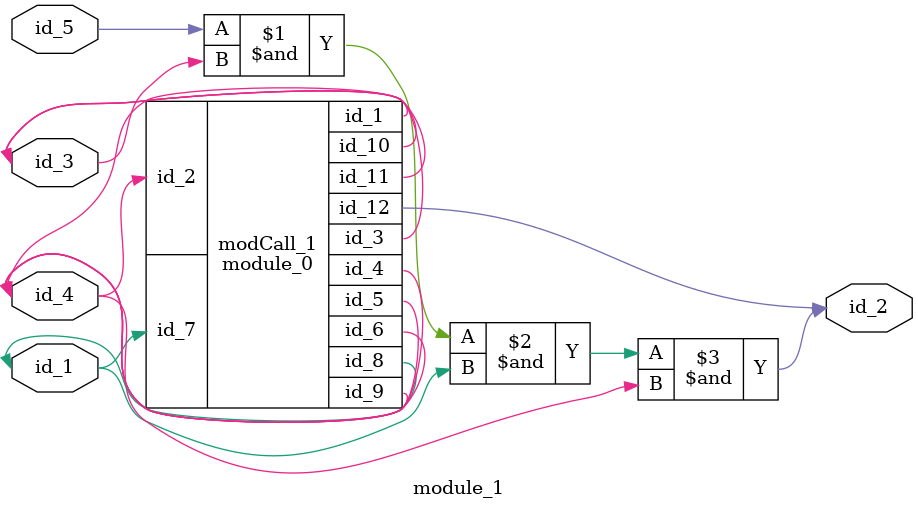
<source format=v>
module module_0 (
    id_1,
    id_2,
    id_3,
    id_4,
    id_5,
    id_6,
    id_7,
    id_8,
    id_9,
    id_10,
    id_11,
    id_12
);
  output wire id_12;
  output wire id_11;
  output wire id_10;
  output wire id_9;
  inout wire id_8;
  input wire id_7;
  inout wire id_6;
  output wire id_5;
  output wire id_4;
  inout wire id_3;
  input wire id_2;
  output wire id_1;
  assign id_8 = id_8;
endmodule
module module_1 (
    id_1,
    id_2,
    id_3,
    id_4,
    id_5
);
  input wire id_5;
  inout wire id_4;
  inout wire id_3;
  output wire id_2;
  inout wire id_1;
  and primCall (id_2, id_5, id_3, id_1, id_4);
  module_0 modCall_1 (
      id_4,
      id_4,
      id_3,
      id_4,
      id_4,
      id_4,
      id_1,
      id_1,
      id_4,
      id_3,
      id_3,
      id_2
  );
endmodule

</source>
